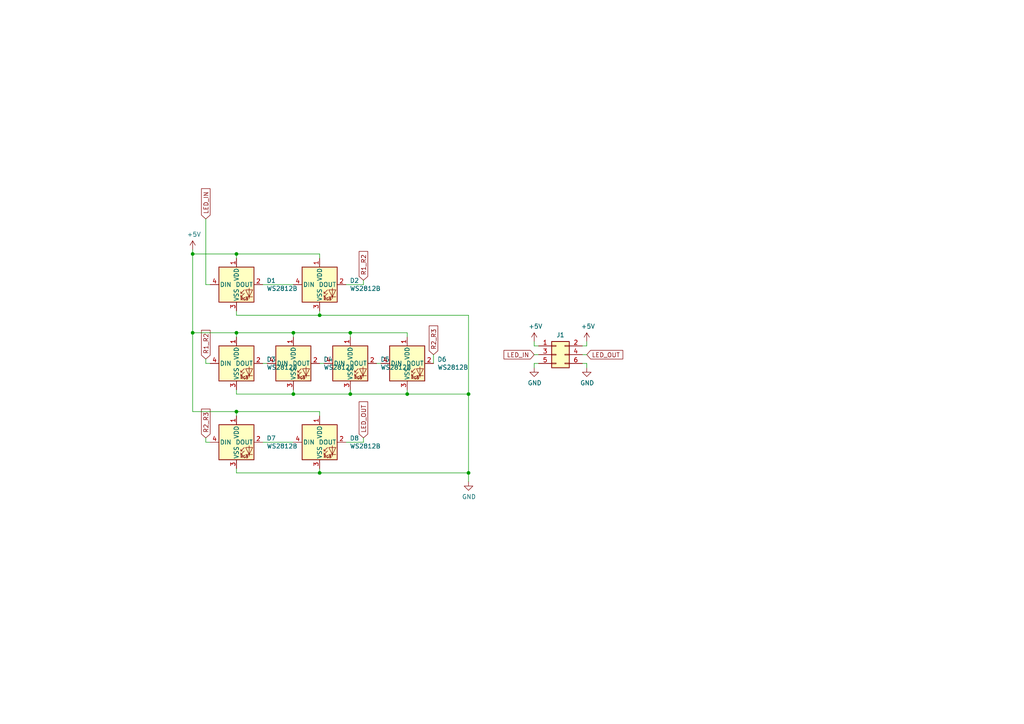
<source format=kicad_sch>
(kicad_sch (version 20211123) (generator eeschema)
  (paper "A4")
  (lib_symbols
    (symbol "Connector_Generic:Conn_02x03_Odd_Even" (pin_names (offset 1.016) hide)
      (property "Reference" "J" (at 1.27 5.08 0))
      (property "Value" "Conn_02x03_Odd_Even" (at 1.27 -5.08 0))
      (symbol "Conn_02x03_Odd_Even_1_1"
        (rectangle (start -1.27 -2.413) (end 0 -2.667) (stroke (width 0.1524)))
        (rectangle (start -1.27 0.127) (end 0 -0.127) (stroke (width 0.1524)))
        (rectangle (start -1.27 2.667) (end 0 2.413) (stroke (width 0.1524)))
        (rectangle (start -1.27 3.81) (end 3.81 -3.81) (stroke (width 0.254)) (fill (type background)))
        (rectangle (start 3.81 -2.413) (end 2.54 -2.667) (stroke (width 0.1524)))
        (rectangle (start 3.81 0.127) (end 2.54 -0.127) (stroke (width 0.1524)))
        (rectangle (start 3.81 2.667) (end 2.54 2.413) (stroke (width 0.1524)))
        (pin passive line (at -5.08 2.54 0) (length 3.81) (name "Pin_1") (number "1"))
        (pin passive line (at 7.62 2.54 180) (length 3.81) (name "Pin_2") (number "2"))
        (pin passive line (at -5.08 0 0) (length 3.81) (name "Pin_3") (number "3"))
        (pin passive line (at 7.62 0 180) (length 3.81) (name "Pin_4") (number "4"))
        (pin passive line (at -5.08 -2.54 0) (length 3.81) (name "Pin_5") (number "5"))
        (pin passive line (at 7.62 -2.54 180) (length 3.81) (name "Pin_6") (number "6"))
      )
    )
    (symbol "LED:WS2812B" (pin_names (offset 0.254))
      (property "Reference" "D" (at 5.08 5.715 0))
      (property "Value" "WS2812B" (at 1.27 -5.715 0))
      (symbol "WS2812B_0_0"
        (text "RGB" (at 2.286 -4.191 0) (effects (font (size 0.762 0.762))))
      )
      (symbol "WS2812B_0_1"
        (polyline (pts (xy 1.27 -3.556) (xy 1.778 -3.556)))
        (polyline (pts (xy 1.27 -2.54) (xy 1.778 -2.54)))
        (polyline (pts (xy 4.699 -3.556) (xy 2.667 -3.556)))
        (polyline (pts (xy 2.286 -2.54) (xy 1.27 -3.556) (xy 1.27 -3.048)))
        (polyline (pts (xy 2.286 -1.524) (xy 1.27 -2.54) (xy 1.27 -2.032)))
        (polyline (pts (xy 3.683 -1.016) (xy 3.683 -3.556) (xy 3.683 -4.064)))
        (polyline (pts (xy 4.699 -1.524) (xy 2.667 -1.524) (xy 3.683 -3.556) (xy 4.699 -1.524)))
        (rectangle (start 5.08 5.08) (end -5.08 -5.08) (stroke (width 0.254)) (fill (type background)))
      )
      (symbol "WS2812B_1_1"
        (pin power_in line (at 0 7.62 270) (length 2.54) (name "VDD") (number "1"))
        (pin output line (at 7.62 0 180) (length 2.54) (name "DOUT") (number "2"))
        (pin power_in line (at 0 -7.62 90) (length 2.54) (name "VSS") (number "3"))
        (pin input line (at -7.62 0 0) (length 2.54) (name "DIN") (number "4"))
      )
    )
    (symbol "power:+5V" (power) (pin_names (offset 0))
      (property "Value" "+5V" (at 0 3.556 0))
      (symbol "+5V_0_1"
        (polyline (pts (xy -0.762 1.27) (xy 0 2.54)))
        (polyline (pts (xy 0 0) (xy 0 2.54)))
        (polyline (pts (xy 0 2.54) (xy 0.762 1.27)))
      )
      (symbol "+5V_1_1"
        (pin power_in line (at 0 0 90) (length 0) hide (name "+5V") (number "1"))
      )
    )
    (symbol "power:GND" (power) (pin_names (offset 0))
      (property "Value" "GND" (at 0 -3.81 0))
      (symbol "GND_0_1"
        (polyline (pts (xy 0 0) (xy 0 -1.27) (xy 1.27 -1.27) (xy 0 -2.54) (xy -1.27 -1.27) (xy 0 -1.27)))
      )
      (symbol "GND_1_1"
        (pin power_in line (at 0 0 270) (length 0) hide (name "GND") (number "1"))
      )
    )
  )
  (junction (at 85.09 96.52))
  (junction (at 101.6 114.3))
  (junction (at 92.71 137.16))
  (junction (at 118.11 114.3))
  (junction (at 55.88 73.66))
  (junction (at 135.89 114.3))
  (junction (at 55.88 96.52))
  (junction (at 135.89 137.16))
  (junction (at 68.58 73.66))
  (junction (at 92.71 91.44))
  (junction (at 68.58 119.38))
  (junction (at 85.09 114.3))
  (junction (at 68.58 96.52))
  (junction (at 101.6 96.52))
  (wire (pts (xy 92.71 120.65) (xy 92.71 119.38)))
  (wire (pts (xy 59.69 127) (xy 59.69 128.27)))
  (wire (pts (xy 92.71 90.17) (xy 92.71 91.44)))
  (wire (pts (xy 118.11 113.03) (xy 118.11 114.3)))
  (wire (pts (xy 118.11 97.79) (xy 118.11 96.52)))
  (wire (pts (xy 68.58 97.79) (xy 68.58 96.52)))
  (wire (pts (xy 68.58 73.66) (xy 55.88 73.66)))
  (wire (pts (xy 85.09 96.52) (xy 101.6 96.52)))
  (wire (pts (xy 101.6 113.03) (xy 101.6 114.3)))
  (wire (pts (xy 59.69 63.5) (xy 59.69 82.55)))
  (wire (pts (xy 59.69 128.27) (xy 60.96 128.27)))
  (wire (pts (xy 92.71 135.89) (xy 92.71 137.16)))
  (wire (pts (xy 68.58 91.44) (xy 92.71 91.44)))
  (wire (pts (xy 68.58 96.52) (xy 55.88 96.52)))
  (wire (pts (xy 68.58 74.93) (xy 68.58 73.66)))
  (wire (pts (xy 154.94 105.41) (xy 154.94 106.68)))
  (wire (pts (xy 55.88 119.38) (xy 55.88 96.52)))
  (wire (pts (xy 135.89 91.44) (xy 135.89 114.3)))
  (wire (pts (xy 68.58 96.52) (xy 85.09 96.52)))
  (wire (pts (xy 59.69 105.41) (xy 60.96 105.41)))
  (wire (pts (xy 92.71 91.44) (xy 135.89 91.44)))
  (wire (pts (xy 170.18 99.06) (xy 170.18 100.33)))
  (wire (pts (xy 68.58 135.89) (xy 68.58 137.16)))
  (wire (pts (xy 68.58 114.3) (xy 85.09 114.3)))
  (wire (pts (xy 170.18 100.33) (xy 168.91 100.33)))
  (wire (pts (xy 55.88 96.52) (xy 55.88 73.66)))
  (wire (pts (xy 55.88 73.66) (xy 55.88 72.39)))
  (wire (pts (xy 92.71 105.41) (xy 93.98 105.41)))
  (wire (pts (xy 92.71 119.38) (xy 68.58 119.38)))
  (wire (pts (xy 76.2 105.41) (xy 77.47 105.41)))
  (wire (pts (xy 85.09 97.79) (xy 85.09 96.52)))
  (wire (pts (xy 76.2 82.55) (xy 85.09 82.55)))
  (wire (pts (xy 125.73 105.41) (xy 125.73 102.87)))
  (wire (pts (xy 135.89 137.16) (xy 135.89 139.7)))
  (wire (pts (xy 101.6 96.52) (xy 118.11 96.52)))
  (wire (pts (xy 59.69 104.14) (xy 59.69 105.41)))
  (wire (pts (xy 85.09 114.3) (xy 101.6 114.3)))
  (wire (pts (xy 135.89 114.3) (xy 135.89 137.16)))
  (wire (pts (xy 154.94 100.33) (xy 156.21 100.33)))
  (wire (pts (xy 59.69 82.55) (xy 60.96 82.55)))
  (wire (pts (xy 68.58 119.38) (xy 55.88 119.38)))
  (wire (pts (xy 100.33 82.55) (xy 105.41 82.55)))
  (wire (pts (xy 105.41 82.55) (xy 105.41 81.28)))
  (wire (pts (xy 92.71 74.93) (xy 92.71 73.66)))
  (wire (pts (xy 92.71 73.66) (xy 68.58 73.66)))
  (wire (pts (xy 92.71 137.16) (xy 135.89 137.16)))
  (wire (pts (xy 170.18 105.41) (xy 168.91 105.41)))
  (wire (pts (xy 109.22 105.41) (xy 110.49 105.41)))
  (wire (pts (xy 76.2 128.27) (xy 85.09 128.27)))
  (wire (pts (xy 100.33 128.27) (xy 105.41 128.27)))
  (wire (pts (xy 68.58 137.16) (xy 92.71 137.16)))
  (wire (pts (xy 154.94 102.87) (xy 156.21 102.87)))
  (wire (pts (xy 68.58 90.17) (xy 68.58 91.44)))
  (wire (pts (xy 170.18 105.41) (xy 170.18 106.68)))
  (wire (pts (xy 85.09 113.03) (xy 85.09 114.3)))
  (wire (pts (xy 118.11 114.3) (xy 135.89 114.3)))
  (wire (pts (xy 170.18 102.87) (xy 168.91 102.87)))
  (wire (pts (xy 68.58 120.65) (xy 68.58 119.38)))
  (wire (pts (xy 68.58 113.03) (xy 68.58 114.3)))
  (wire (pts (xy 154.94 105.41) (xy 156.21 105.41)))
  (wire (pts (xy 105.41 128.27) (xy 105.41 127)))
  (wire (pts (xy 154.94 99.06) (xy 154.94 100.33)))
  (wire (pts (xy 101.6 97.79) (xy 101.6 96.52)))
  (wire (pts (xy 101.6 114.3) (xy 118.11 114.3)))
  (global_label "LED_IN" (shape input) (at 59.69 63.5 90) (property "Intersheet References" "${INTERSHEET_REFS}" (effects hide)))
  (global_label "R2_R3" (shape input) (at 59.69 127 90) (property "Intersheet References" "${INTERSHEET_REFS}" (effects hide)))
  (global_label "LED_IN" (shape input) (at 154.94 102.87 180) (property "Intersheet References" "${INTERSHEET_REFS}" (effects hide)))
  (global_label "R2_R3" (shape input) (at 125.73 102.87 90) (property "Intersheet References" "${INTERSHEET_REFS}" (effects hide)))
  (global_label "LED_OUT" (shape input) (at 170.18 102.87 0) (property "Intersheet References" "${INTERSHEET_REFS}" (effects hide)))
  (global_label "LED_OUT" (shape input) (at 105.41 127 90) (property "Intersheet References" "${INTERSHEET_REFS}" (effects hide)))
  (global_label "R1_R2" (shape input) (at 105.41 81.28 90) (property "Intersheet References" "${INTERSHEET_REFS}" (effects hide)))
  (global_label "R1_R2" (shape input) (at 59.69 104.14 90) (property "Intersheet References" "${INTERSHEET_REFS}" (effects hide)))
  (symbol (lib_id "power:GND") (at 135.89 139.7 0) (unit 1)
    (property "Reference" "#PWR08" (effects hide))
    (property "Value" "GND" (at 136.017 144.0942 0))
  )
  (symbol (lib_id "power:+5V") (at 55.88 72.39 0) (unit 1)
    (property "Reference" "#PWR01" (effects hide))
    (property "Value" "+5V" (at 56.261 67.9958 0))
  )
  (symbol (lib_id "Connector_Generic:Conn_02x03_Odd_Even") (at 161.29 102.87 0) (unit 1)
    (property "Reference" "J1" (at 162.56 97.155 0))
    (property "Value" "Conn_02x03_Odd_Even" (effects hide))
    (property "Footprint" "Pin_Headers:Pin_Header_Straight_2x03_Pitch2.00mm_SMD" (effects hide))
  )
  (symbol (lib_id "LED:WS2812B") (at 68.58 82.55 0) (unit 1)
    (property "Reference" "D1" (at 77.3176 81.3816 0) (effects (justify left)))
    (property "Value" "WS2812B" (at 77.3176 83.693 0) (effects (justify left)))
    (property "Footprint" "RGBW_LED_circular_panel_for_Stealthburner:WS2812B-2020" (effects hide))
    (property "Datasheet" "https://cdn-shop.adafruit.com/datasheets/WS2812B.pdf" (effects hide))
  )
  (symbol (lib_id "LED:WS2812B") (at 92.71 82.55 0) (unit 1)
    (property "Reference" "D2" (at 101.4476 81.3816 0) (effects (justify left)))
    (property "Value" "WS2812B" (at 101.4476 83.693 0) (effects (justify left)))
    (property "Footprint" "RGBW_LED_circular_panel_for_Stealthburner:WS2812B-2020" (effects hide))
    (property "Datasheet" "https://cdn-shop.adafruit.com/datasheets/WS2812B.pdf" (effects hide))
  )
  (symbol (lib_id "LED:WS2812B") (at 68.58 105.41 0) (unit 1)
    (property "Reference" "D3" (at 77.3176 104.2416 0) (effects (justify left)))
    (property "Value" "WS2812B" (at 77.3176 106.553 0) (effects (justify left)))
    (property "Footprint" "RGBW_LED_circular_panel_for_Stealthburner:WS2812B-2020" (effects hide))
    (property "Datasheet" "https://cdn-shop.adafruit.com/datasheets/WS2812B.pdf" (effects hide))
  )
  (symbol (lib_id "LED:WS2812B") (at 85.09 105.41 0) (unit 1)
    (property "Reference" "D4" (at 93.8276 104.2416 0) (effects (justify left)))
    (property "Value" "WS2812B" (at 93.8276 106.553 0) (effects (justify left)))
    (property "Footprint" "RGBW_LED_circular_panel_for_Stealthburner:WS2812B-2020" (effects hide))
    (property "Datasheet" "https://cdn-shop.adafruit.com/datasheets/WS2812B.pdf" (effects hide))
  )
  (symbol (lib_id "LED:WS2812B") (at 101.6 105.41 0) (unit 1)
    (property "Reference" "D5" (at 110.3376 104.2416 0) (effects (justify left)))
    (property "Value" "WS2812B" (at 110.3376 106.553 0) (effects (justify left)))
    (property "Footprint" "RGBW_LED_circular_panel_for_Stealthburner:WS2812B-2020" (effects hide))
    (property "Datasheet" "https://cdn-shop.adafruit.com/datasheets/WS2812B.pdf" (effects hide))
  )
  (symbol (lib_id "LED:WS2812B") (at 118.11 105.41 0) (unit 1)
    (property "Reference" "D6" (at 126.8476 104.2416 0) (effects (justify left)))
    (property "Value" "WS2812B" (at 126.8476 106.553 0) (effects (justify left)))
    (property "Footprint" "RGBW_LED_circular_panel_for_Stealthburner:WS2812B-2020" (effects hide))
    (property "Datasheet" "https://cdn-shop.adafruit.com/datasheets/WS2812B.pdf" (effects hide))
  )
  (symbol (lib_id "LED:WS2812B") (at 68.58 128.27 0) (unit 1)
    (property "Reference" "D7" (at 77.3176 127.1016 0) (effects (justify left)))
    (property "Value" "WS2812B" (at 77.3176 129.413 0) (effects (justify left)))
    (property "Footprint" "RGBW_LED_circular_panel_for_Stealthburner:WS2812B-2020" (effects hide))
    (property "Datasheet" "https://cdn-shop.adafruit.com/datasheets/WS2812B.pdf" (effects hide))
  )
  (symbol (lib_id "LED:WS2812B") (at 92.71 128.27 0) (unit 1)
    (property "Reference" "D8" (at 101.4476 127.1016 0) (effects (justify left)))
    (property "Value" "WS2812B" (at 101.4476 129.413 0) (effects (justify left)))
    (property "Footprint" "RGBW_LED_circular_panel_for_Stealthburner:WS2812B-2020" (effects hide))
    (property "Datasheet" "https://cdn-shop.adafruit.com/datasheets/WS2812B.pdf" (effects hide))
  )
  (symbol (lib_id "power:+5V") (at 154.94 99.06 0) (unit 1)
    (property "Reference" "#PWR04" (effects hide))
    (property "Value" "+5V" (at 155.321 94.6658 0))
  )
  (symbol (lib_id "power:+5V") (at 170.18 99.06 0) (unit 1)
    (property "Reference" "#PWR05" (effects hide))
    (property "Value" "+5V" (at 170.561 94.6658 0))
  )
  (symbol (lib_id "power:GND") (at 154.94 106.68 0) (unit 1)
    (property "Reference" "#PWR06" (effects hide))
    (property "Value" "GND" (at 155.067 111.0742 0))
  )
  (symbol (lib_id "power:GND") (at 170.18 106.68 0) (unit 1)
    (property "Reference" "#PWR07" (effects hide))
    (property "Value" "GND" (at 170.307 111.0742 0))
  )
)
</source>
